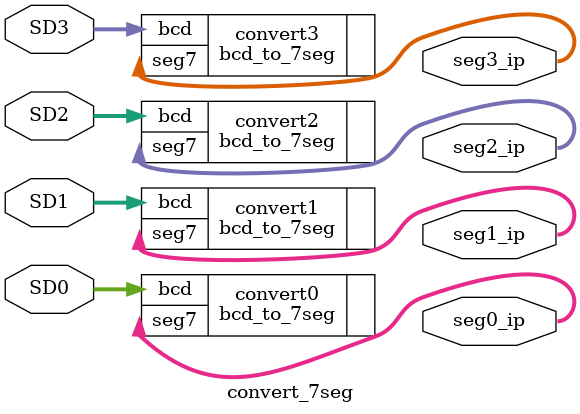
<source format=v>
`timescale 1ns / 1ps

module convert_7seg(
    input [3:0] SD0, 
    input [3:0] SD1, 
    input [3:0] SD2, 
    input [3:0] SD3, 
    
    output [6:0] seg0_ip, 
    output [6:0] seg1_ip, 
    output [6:0] seg2_ip, 
    output [6:0] seg3_ip
);


    bcd_to_7seg convert0 (
        .bcd(SD0), 
        .seg7(seg0_ip)
    );  
    
    bcd_to_7seg convert1 (
        .bcd(SD1), 
        .seg7(seg1_ip)
    );     
        
    bcd_to_7seg convert2 (
            .bcd(SD2), 
            .seg7(seg2_ip)
    );     
            
    bcd_to_7seg convert3 (
            .bcd(SD3), 
            .seg7(seg3_ip)
        );        
    

endmodule

</source>
